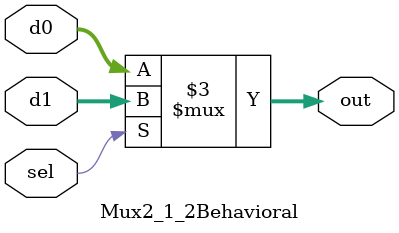
<source format=v>



module Mux2_1_2Behavioral( d0, d1, sel, out);

	input [1:0] d0, d1;
	input sel;
	
	output reg [1:0] out;
	
	always @(d0 or d1 or sel) begin
		
		if(sel) 
			out = d1;
		else
			out = d0;
			
	end
	
endmodule
	
	
</source>
